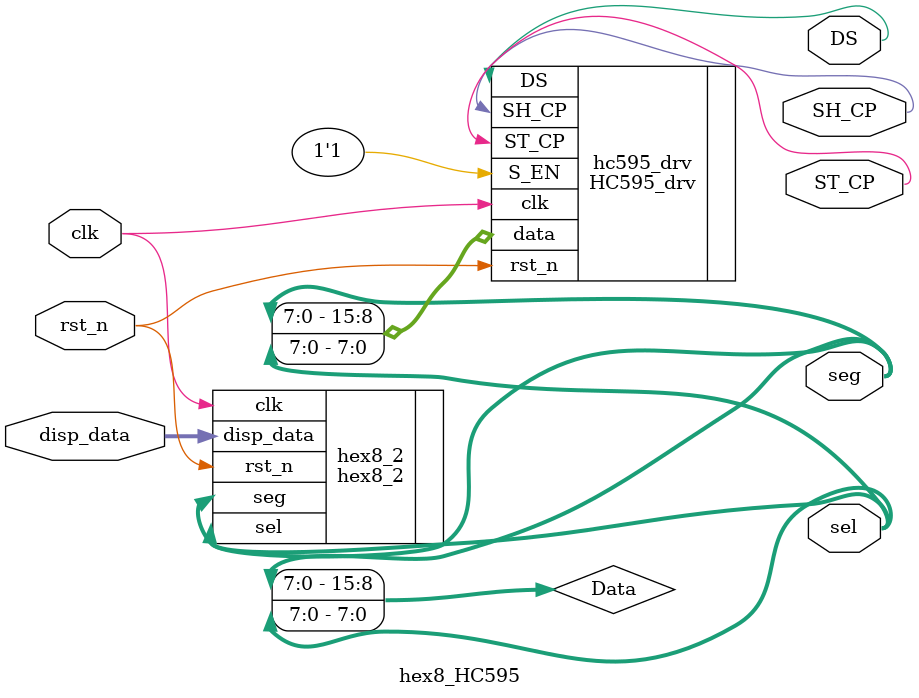
<source format=v>
`timescale 1ns / 1ps

module hex8_HC595(
    input clk,
    input rst_n,
    input [31:0] disp_data,  // 添加显示数据输入
    output [7:0] sel,
    output [7:0] seg,
    output SH_CP,
    output ST_CP,
    output DS
);

    // disp_data现在从输入端口获取
    hex8_2 hex8_2 (
        .clk(clk),
        .rst_n(rst_n),
        .disp_data(disp_data),
        .sel(sel),
        .seg(seg)
    );


    wire [15:0] Data;
    assign Data = {seg, sel};

    HC595_drv hc595_drv (
        .clk(clk),
        .rst_n(rst_n),
        .data(Data),
        .S_EN(1'b1),
        .SH_CP(SH_CP),
        .ST_CP(ST_CP),
        .DS(DS)
    );

endmodule

</source>
